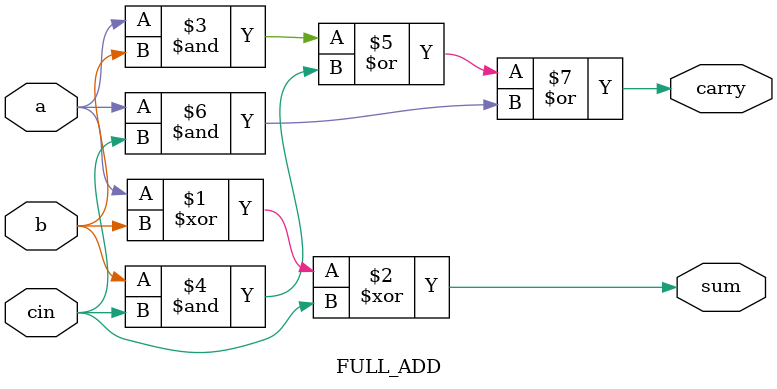
<source format=v>
module FULL_ADD(
    input  wire a, b, cin,   // Inputs
    output wire sum, carry   // Outputs
);

    // Logic equations
    assign sum   = a ^ b ^ cin;                  // XOR for sum
    assign carry = (a & b) | (b & cin) | (a & cin); // Majority function for carry

endmodule

</source>
